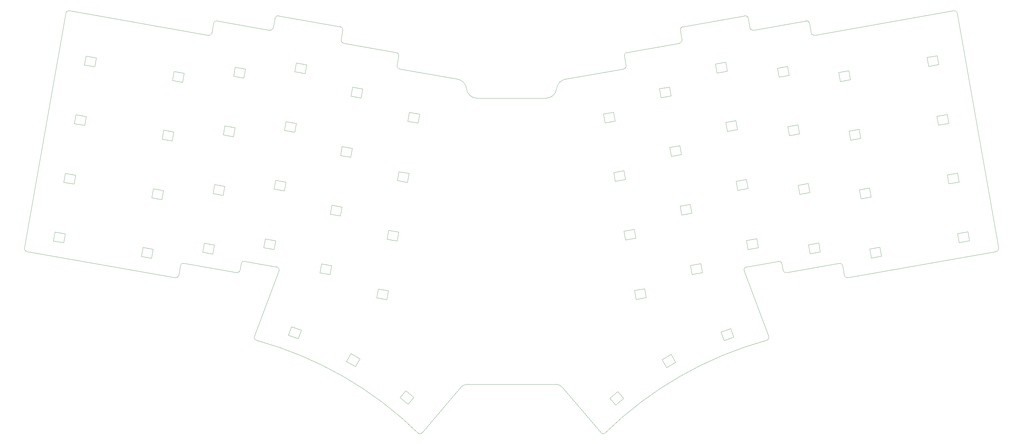
<source format=gbr>
%TF.GenerationSoftware,KiCad,Pcbnew,8.0.0*%
%TF.CreationDate,2024-04-28T13:48:32+02:00*%
%TF.ProjectId,phnx,70686e78-2e6b-4696-9361-645f70636258,A*%
%TF.SameCoordinates,Original*%
%TF.FileFunction,Profile,NP*%
%FSLAX46Y46*%
G04 Gerber Fmt 4.6, Leading zero omitted, Abs format (unit mm)*
G04 Created by KiCad (PCBNEW 8.0.0) date 2024-04-28 13:48:32*
%MOMM*%
%LPD*%
G01*
G04 APERTURE LIST*
%TA.AperFunction,Profile*%
%ADD10C,0.100000*%
%TD*%
%TA.AperFunction,Profile*%
%ADD11C,0.050000*%
%TD*%
G04 APERTURE END LIST*
D10*
X282994962Y-152939670D02*
G75*
G02*
X283806111Y-151781165I984838J173670D01*
G01*
X237333552Y-204626915D02*
X224997202Y-190162045D01*
X293942641Y-149993873D02*
X283806120Y-151781214D01*
X104243619Y-150633789D02*
X120985350Y-153585808D01*
X262671544Y-76304536D02*
G75*
G02*
X263482699Y-75146056I984856J173636D01*
G01*
X316186438Y-155210530D02*
G75*
G02*
X315027976Y-154399372I-173638J984830D01*
G01*
X223161054Y-94933318D02*
G75*
G02*
X219984358Y-97938983I-3332454J340518D01*
G01*
X154109497Y-75146080D02*
G75*
G02*
X154920632Y-76304532I-173697J-984820D01*
G01*
X313348581Y-150633789D02*
G75*
G02*
X314507006Y-151444954I173619J-984811D01*
G01*
X132733941Y-75438699D02*
X133254886Y-72484276D01*
X349912652Y-70060415D02*
G75*
G02*
X351071090Y-70871577I173648J-984785D01*
G01*
X244828438Y-84527889D02*
G75*
G02*
X245639595Y-83369423I984762J173689D01*
G01*
X122143807Y-152774647D02*
X122491103Y-150805033D01*
X302758447Y-73297841D02*
G75*
G02*
X303916869Y-74109005I173653J-984759D01*
G01*
X54134990Y-146875419D02*
X101405762Y-155210530D01*
X223161054Y-94933318D02*
G75*
G02*
X225969174Y-91879604I3559446J-455182D01*
G01*
X113154353Y-77063423D02*
X113675297Y-74108999D01*
X351071108Y-70871574D02*
X364268369Y-145716962D01*
X180258648Y-204626914D02*
X192602797Y-190157278D01*
X238569476Y-204856916D02*
G75*
G02*
X290289028Y-175180489I83064624J-84857384D01*
G01*
X262381329Y-80417415D02*
X245639597Y-83369433D01*
X284858259Y-75438699D02*
X284337314Y-72484276D01*
X302758447Y-73297840D02*
X286016715Y-76249859D01*
X180258648Y-204626914D02*
G75*
G02*
X179022740Y-204856892I-735148J514814D01*
G01*
X262671544Y-76304536D02*
X263192488Y-79258959D01*
X171952603Y-83369433D02*
G75*
G02*
X172763752Y-84527887I-173603J-984767D01*
G01*
X290886700Y-173898767D02*
G75*
G02*
X290289033Y-175180500I-939700J-342033D01*
G01*
X154920656Y-76304536D02*
X154399712Y-79258959D01*
X238569476Y-204856915D02*
G75*
G02*
X237333530Y-204626931I-500776J744815D01*
G01*
X283178859Y-71673116D02*
G75*
G02*
X284337287Y-72484281I173641J-984784D01*
G01*
X102564218Y-154399371D02*
X103085163Y-151444949D01*
X132733941Y-75438699D02*
G75*
G02*
X131575471Y-76249936I-984841J173599D01*
G01*
X127303174Y-175180481D02*
G75*
G02*
X179022723Y-204856916I-31345094J-114533819D01*
G01*
X66521092Y-70871574D02*
G75*
G02*
X67679551Y-70060397I984808J-173626D01*
G01*
X127303174Y-175180480D02*
G75*
G02*
X126705520Y-173898774I342026J939680D01*
G01*
X113154353Y-77063423D02*
G75*
G02*
X111995884Y-77874654I-984853J173623D01*
G01*
X134597239Y-152939670D02*
X126705500Y-173898767D01*
X172763762Y-84527889D02*
X172242818Y-87482312D01*
X173053978Y-88640769D02*
X191620128Y-91895703D01*
X173053978Y-88640769D02*
G75*
G02*
X172242842Y-87482316I173622J984769D01*
G01*
X197604944Y-97955074D02*
X219984358Y-97938976D01*
X283178859Y-71673116D02*
X263482703Y-75146079D01*
X304437847Y-77063423D02*
X303916903Y-74108999D01*
X103085163Y-151444949D02*
G75*
G02*
X104243624Y-150633759I984837J-173651D01*
G01*
X305596303Y-77874581D02*
G75*
G02*
X304437920Y-77063410I-173603J984781D01*
G01*
X364268369Y-145716962D02*
G75*
G02*
X363457202Y-146875375I-984769J-173638D01*
G01*
X113675297Y-74108999D02*
G75*
G02*
X114833759Y-73297807I984803J-173601D01*
G01*
X102564218Y-154399371D02*
G75*
G02*
X101405763Y-155210524I-984818J173671D01*
G01*
X122143807Y-152774647D02*
G75*
G02*
X120985350Y-153585806I-984807J173647D01*
G01*
X122491104Y-150805033D02*
G75*
G02*
X123649554Y-149993901I984796J-173667D01*
G01*
X296606850Y-153585807D02*
G75*
G02*
X295448392Y-152774647I-173650J984807D01*
G01*
X286016715Y-76249859D02*
G75*
G02*
X284858336Y-75438685I-173615J984759D01*
G01*
X66521092Y-70871574D02*
X53323831Y-145716962D01*
X263192488Y-79258959D02*
G75*
G02*
X262381325Y-80417391I-984788J-173641D01*
G01*
X313348581Y-150633789D02*
X296606850Y-153585808D01*
X67679548Y-70060414D02*
X111995897Y-77874582D01*
X363457210Y-146875419D02*
X316186438Y-155210530D01*
X133254887Y-72484276D02*
G75*
G02*
X134413345Y-71673091I984813J-173624D01*
G01*
X155210871Y-80417415D02*
X171952603Y-83369433D01*
X133786080Y-151781214D02*
G75*
G02*
X134597189Y-152939661I-173680J-984786D01*
G01*
X222883771Y-189202384D02*
G75*
G02*
X224997208Y-190162039I-145571J-3127616D01*
G01*
X197604944Y-97955074D02*
G75*
G02*
X194428255Y-94949415I155756J3346174D01*
G01*
X155210871Y-80417414D02*
G75*
G02*
X154399689Y-79258955I173629J984814D01*
G01*
X349912652Y-70060414D02*
X305596303Y-77874582D01*
X123649559Y-149993873D02*
X133786080Y-151781214D01*
X315027982Y-154399371D02*
X314507037Y-151444949D01*
X194716228Y-189197616D02*
X222883771Y-189202383D01*
X114833753Y-73297840D02*
X131575485Y-76249859D01*
X293942641Y-149993874D02*
G75*
G02*
X295101124Y-150805028I173659J-984826D01*
G01*
X54134990Y-146875419D02*
G75*
G02*
X53323788Y-145716954I173610J984819D01*
G01*
X192602797Y-190157278D02*
G75*
G02*
X194716228Y-189197615I2259003J-2167922D01*
G01*
X282994961Y-152939670D02*
X290886700Y-173898767D01*
X244828438Y-84527889D02*
X245349382Y-87482312D01*
X191620128Y-91895703D02*
G75*
G02*
X194428246Y-94949416I-751328J-3508897D01*
G01*
X244538222Y-88640769D02*
X225969174Y-91879605D01*
X245349381Y-87482312D02*
G75*
G02*
X244538226Y-88640792I-984781J-173688D01*
G01*
X134413341Y-71673116D02*
X154109497Y-75146079D01*
X295448393Y-152774647D02*
X295101097Y-150805033D01*
D11*
%TO.C,D536*%
X269657881Y-153600658D02*
X266408015Y-154173697D01*
X265904435Y-151317754D01*
X269154301Y-150744715D01*
X269657881Y-153600658D01*
%TO.C,D521*%
X151325348Y-151360317D02*
X150821768Y-154216260D01*
X147571902Y-153643221D01*
X148075482Y-150787278D01*
X151325348Y-151360317D01*
%TO.C,D510*%
X120501282Y-107338990D02*
X119997702Y-110194933D01*
X116747836Y-109621894D01*
X117251416Y-106765951D01*
X120501282Y-107338990D01*
%TO.C,D537*%
X261118650Y-182216438D02*
X258260766Y-183866438D01*
X256810766Y-181354964D01*
X259668650Y-179704964D01*
X261118650Y-182216438D01*
%TO.C,D541*%
X287544399Y-145623506D02*
X284294533Y-146196545D01*
X283790953Y-143340602D01*
X287040819Y-142767563D01*
X287544399Y-145623506D01*
%TO.C,D548*%
X320234020Y-110742583D02*
X316984154Y-111315622D01*
X316480574Y-108459679D01*
X319730440Y-107886640D01*
X320234020Y-110742583D01*
%TO.C,D531*%
X251771362Y-161577811D02*
X248521496Y-162150850D01*
X248017916Y-159294907D01*
X251267782Y-158721868D01*
X251771362Y-161577811D01*
%TO.C,D553*%
X351630660Y-124676818D02*
X348380794Y-125249857D01*
X347877214Y-122393914D01*
X351127080Y-121820875D01*
X351630660Y-124676818D01*
%TO.C,D554*%
X354934316Y-143412783D02*
X351684450Y-143985822D01*
X351180870Y-141129879D01*
X354430736Y-140556840D01*
X354934316Y-143412783D01*
%TO.C,D552*%
X348331344Y-105965469D02*
X345081478Y-106538508D01*
X344577898Y-103682565D01*
X347827764Y-103109526D01*
X348331344Y-105965469D01*
%TO.C,D509*%
X123800598Y-88627644D02*
X123297018Y-91483587D01*
X120047152Y-90910548D01*
X120550732Y-88054605D01*
X123800598Y-88627644D01*
%TO.C,D547*%
X316934703Y-92031235D02*
X313684837Y-92604274D01*
X313181257Y-89748331D01*
X316431123Y-89175292D01*
X316934703Y-92031235D01*
%TO.C,D535*%
X266315153Y-134643110D02*
X263065287Y-135216149D01*
X262561707Y-132360206D01*
X265811573Y-131787167D01*
X266315153Y-134643110D01*
%TO.C,D522*%
X160370840Y-181078170D02*
X158920840Y-183589644D01*
X156062956Y-181939644D01*
X157512956Y-179428170D01*
X160370840Y-181078170D01*
%TO.C,D507*%
X97665790Y-127428862D02*
X97162210Y-130284805D01*
X93912344Y-129711766D01*
X94415924Y-126855823D01*
X97665790Y-127428862D01*
%TO.C,D505*%
X104264423Y-90006164D02*
X103760843Y-92862107D01*
X100510977Y-92289068D01*
X101014557Y-89433125D01*
X104264423Y-90006164D01*
%TO.C,D538*%
X277616150Y-89317604D02*
X274366284Y-89890643D01*
X273862704Y-87034700D01*
X277112570Y-86461661D01*
X277616150Y-89317604D01*
%TO.C,D517*%
X141664799Y-171949675D02*
X140672942Y-174674784D01*
X137571955Y-173546117D01*
X138563812Y-170821008D01*
X141664799Y-171949675D01*
%TO.C,D511*%
X117201967Y-126050339D02*
X116698387Y-128906282D01*
X113448521Y-128333243D01*
X113952101Y-125477300D01*
X117201967Y-126050339D01*
%TO.C,D533*%
X259716523Y-97220414D02*
X256466657Y-97793453D01*
X255963077Y-94937510D01*
X259212943Y-94364471D01*
X259716523Y-97220414D01*
%TO.C,D506*%
X100965108Y-108717513D02*
X100461528Y-111573456D01*
X97211662Y-111000417D01*
X97715242Y-108144474D01*
X100965108Y-108717513D01*
%TO.C,D524*%
X176056698Y-121958184D02*
X175553118Y-124814127D01*
X172303252Y-124241088D01*
X172806832Y-121385145D01*
X176056698Y-121958184D01*
%TO.C,D518*%
X161266705Y-94980073D02*
X160763125Y-97836016D01*
X157513259Y-97262977D01*
X158016839Y-94407034D01*
X161266705Y-94980073D01*
%TO.C,D549*%
X323533335Y-129453932D02*
X320283469Y-130026971D01*
X319779889Y-127171028D01*
X323029755Y-126597989D01*
X323533335Y-129453932D01*
%TO.C,D514*%
X140037458Y-105960470D02*
X139533878Y-108816413D01*
X136284012Y-108243374D01*
X136787592Y-105387431D01*
X140037458Y-105960470D01*
%TO.C,D543*%
X297398528Y-90652715D02*
X294148662Y-91225754D01*
X293645082Y-88369811D01*
X296894948Y-87796772D01*
X297398528Y-90652715D01*
%TO.C,D527*%
X177537034Y-193397173D02*
X175672950Y-195618702D01*
X173145004Y-193497503D01*
X175009088Y-191275974D01*
X177537034Y-193397173D01*
%TO.C,D503*%
X69598770Y-122479889D02*
X69095190Y-125335832D01*
X65845324Y-124762793D01*
X66348904Y-121906850D01*
X69598770Y-122479889D01*
%TO.C,D515*%
X136738144Y-124671815D02*
X136234564Y-127527758D01*
X132984698Y-126954719D01*
X133488278Y-124098776D01*
X136738144Y-124671815D01*
%TO.C,D523*%
X179399424Y-103000639D02*
X178895844Y-105856582D01*
X175645978Y-105283543D01*
X176149558Y-102427600D01*
X179399424Y-103000639D01*
%TO.C,D525*%
X172757384Y-140669534D02*
X172253804Y-143525477D01*
X169003938Y-142952438D01*
X169507518Y-140096495D01*
X172757384Y-140669534D01*
%TO.C,D550*%
X326862955Y-148337137D02*
X323613089Y-148910176D01*
X323109509Y-146054233D01*
X326359375Y-145481194D01*
X326862955Y-148337137D01*
%TO.C,D516*%
X133438827Y-143383165D02*
X132935247Y-146239108D01*
X129685381Y-145666069D01*
X130188961Y-142810126D01*
X133438827Y-143383165D01*
%TO.C,D542*%
X279706178Y-174147464D02*
X276605191Y-175276131D01*
X275613334Y-172551022D01*
X278714321Y-171422355D01*
X279706178Y-174147464D01*
%TO.C,D501*%
X76197402Y-85057190D02*
X75693822Y-87913133D01*
X72443956Y-87340094D01*
X72947536Y-84484151D01*
X76197402Y-85057190D01*
%TO.C,D529*%
X245129319Y-123908915D02*
X241879453Y-124481954D01*
X241375873Y-121626011D01*
X244625739Y-121052972D01*
X245129319Y-123908915D01*
%TO.C,D546*%
X307326777Y-146958617D02*
X304076911Y-147531656D01*
X303573331Y-144675713D01*
X306823197Y-144102674D01*
X307326777Y-146958617D01*
%TO.C,D532*%
X244550694Y-193747447D02*
X242022748Y-195868646D01*
X240158664Y-193647117D01*
X242686610Y-191525918D01*
X244550694Y-193747447D01*
%TO.C,D508*%
X94366476Y-146140205D02*
X93862896Y-148996148D01*
X90613030Y-148423109D01*
X91116610Y-145567166D01*
X94366476Y-146140205D01*
%TO.C,D530*%
X248428635Y-142620261D02*
X245178769Y-143193300D01*
X244675189Y-140337357D01*
X247925055Y-139764318D01*
X248428635Y-142620261D01*
%TO.C,D519*%
X157923976Y-113937624D02*
X157420396Y-116793567D01*
X154170530Y-116220528D01*
X154674110Y-113364585D01*
X157923976Y-113937624D01*
%TO.C,D526*%
X169458066Y-159380883D02*
X168954486Y-162236826D01*
X165704620Y-161663787D01*
X166208200Y-158807844D01*
X169458066Y-159380883D01*
%TO.C,D544*%
X300684735Y-109289719D02*
X297434869Y-109862758D01*
X296931289Y-107006815D01*
X300181155Y-106433776D01*
X300684735Y-109289719D01*
%TO.C,D512*%
X113902651Y-144761687D02*
X113399071Y-147617630D01*
X110149205Y-147044591D01*
X110652785Y-144188648D01*
X113902651Y-144761687D01*
%TO.C,D502*%
X72971947Y-103781562D02*
X72468367Y-106637505D01*
X69218501Y-106064466D01*
X69722081Y-103208523D01*
X72971947Y-103781562D01*
%TO.C,D539*%
X280902356Y-107954611D02*
X277652490Y-108527650D01*
X277148910Y-105671707D01*
X280398776Y-105098668D01*
X280902356Y-107954611D01*
%TO.C,D513*%
X143336774Y-87249123D02*
X142833194Y-90105066D01*
X139583328Y-89532027D01*
X140086908Y-86676084D01*
X143336774Y-87249123D01*
%TO.C,D504*%
X66299455Y-141191232D02*
X65795875Y-144047175D01*
X62546009Y-143474136D01*
X63049589Y-140618193D01*
X66299455Y-141191232D01*
%TO.C,D520*%
X154624662Y-132648968D02*
X154121082Y-135504911D01*
X150871216Y-134931872D01*
X151374796Y-132075929D01*
X154624662Y-132648968D01*
%TO.C,D534*%
X263015837Y-115931762D02*
X259765971Y-116504801D01*
X259262391Y-113648858D01*
X262512257Y-113075819D01*
X263015837Y-115931762D01*
%TO.C,D551*%
X345122638Y-87228711D02*
X341872772Y-87801750D01*
X341369192Y-84945807D01*
X344619058Y-84372768D01*
X345122638Y-87228711D01*
%TO.C,D528*%
X241843113Y-105271910D02*
X238593247Y-105844949D01*
X238089667Y-102989006D01*
X241339533Y-102415967D01*
X241843113Y-105271910D01*
%TO.C,D545*%
X303984050Y-128001066D02*
X300734184Y-128574105D01*
X300230604Y-125718162D01*
X303480470Y-125145123D01*
X303984050Y-128001066D01*
%TO.C,D540*%
X284214783Y-126740300D02*
X280964917Y-127313339D01*
X280461337Y-124457396D01*
X283711203Y-123884357D01*
X284214783Y-126740300D01*
%TD*%
M02*

</source>
